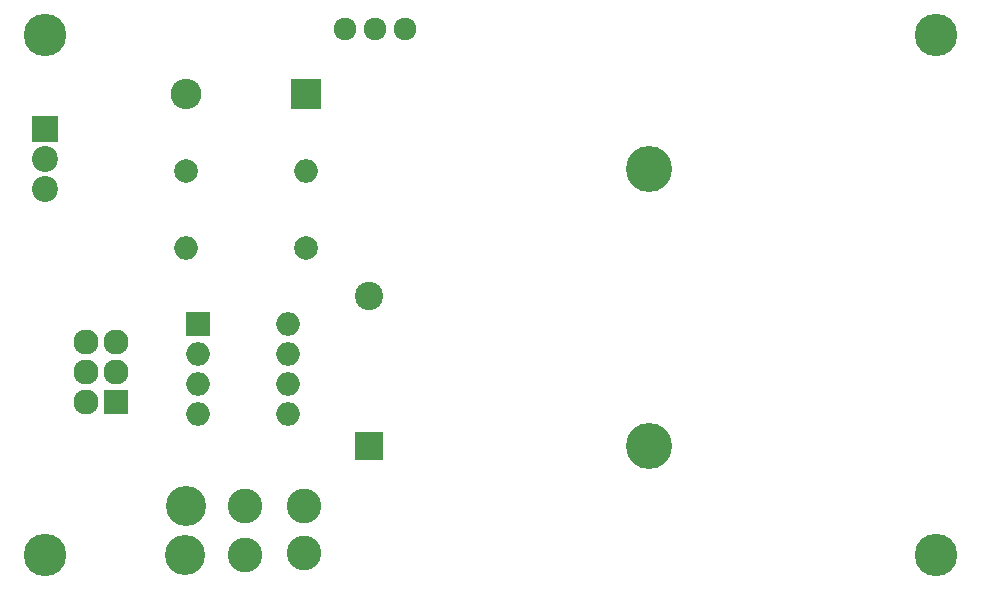
<source format=gbs>
G04 #@! TF.FileFunction,Soldermask,Bot*
%FSLAX46Y46*%
G04 Gerber Fmt 4.6, Leading zero omitted, Abs format (unit mm)*
G04 Created by KiCad (PCBNEW 4.0.6-e0-6349~53~ubuntu16.04.1) date Mon Aug 21 19:14:56 2017*
%MOMM*%
%LPD*%
G01*
G04 APERTURE LIST*
%ADD10C,0.100000*%
%ADD11R,2.400000X2.400000*%
%ADD12C,2.400000*%
%ADD13C,3.900000*%
%ADD14R,2.127200X2.127200*%
%ADD15O,2.127200X2.127200*%
%ADD16C,3.400000*%
%ADD17C,2.940000*%
%ADD18C,3.600000*%
%ADD19R,2.200000X2.200000*%
%ADD20C,2.200000*%
%ADD21R,2.000000X2.000000*%
%ADD22O,2.000000X2.000000*%
%ADD23R,2.600000X2.600000*%
%ADD24O,2.600000X2.600000*%
%ADD25C,2.000000*%
%ADD26C,1.924000*%
G04 APERTURE END LIST*
D10*
D11*
X163931600Y-103809800D03*
D12*
X163931600Y-91109800D03*
D13*
X187655200Y-80314800D03*
X187655200Y-103809800D03*
D14*
X142540000Y-100040000D03*
D15*
X140000000Y-100040000D03*
X142540000Y-97500000D03*
X140000000Y-97500000D03*
X142540000Y-94960000D03*
X140000000Y-94960000D03*
D16*
X148500000Y-108893200D03*
X148369200Y-113000000D03*
D17*
X153500000Y-113000000D03*
X158500000Y-112893200D03*
X153500000Y-108893200D03*
X158500000Y-108893200D03*
D18*
X136500000Y-69000000D03*
X212000000Y-69000000D03*
X136500000Y-113000000D03*
X212000000Y-113000000D03*
D19*
X136500000Y-77000000D03*
D20*
X136500000Y-79540000D03*
X136500000Y-82080000D03*
D21*
X149500000Y-93460000D03*
D22*
X157120000Y-101080000D03*
X149500000Y-96000000D03*
X157120000Y-98540000D03*
X149500000Y-98540000D03*
X157120000Y-96000000D03*
X149500000Y-101080000D03*
X157120000Y-93460000D03*
D23*
X158660000Y-74000000D03*
D24*
X148500000Y-74000000D03*
D25*
X148500000Y-80500000D03*
D22*
X158660000Y-80500000D03*
D25*
X158660000Y-87000000D03*
D22*
X148500000Y-87000000D03*
D26*
X167040000Y-68500000D03*
X164500000Y-68500000D03*
X161960000Y-68500000D03*
M02*

</source>
